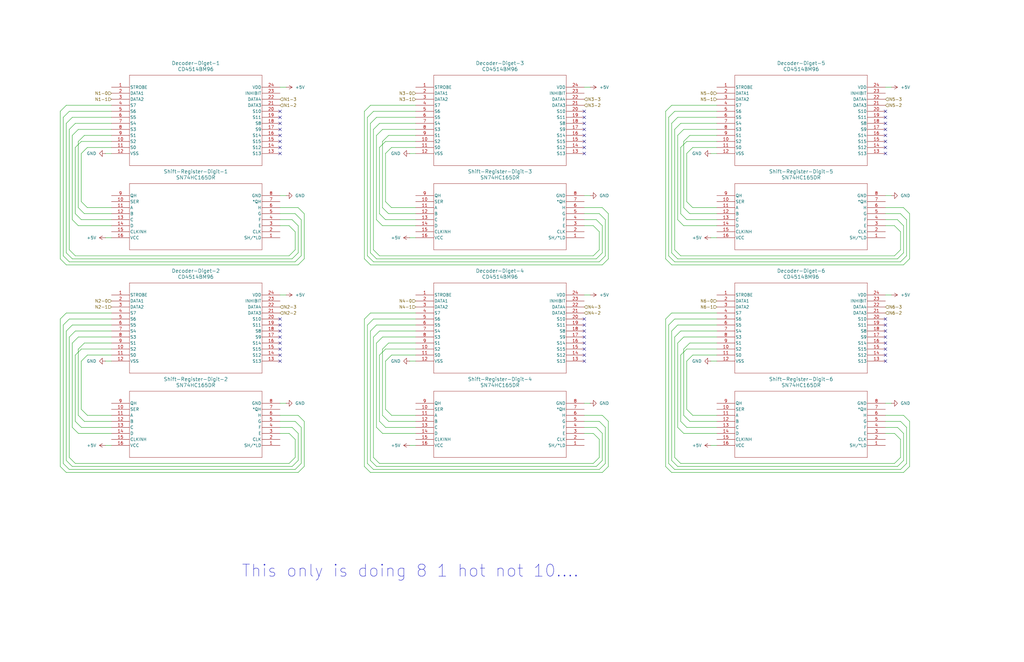
<source format=kicad_sch>
(kicad_sch (version 20250114) (generator "eeschema") (generator_version "9.0")
  (paper "B")
  (title_block (title "BDC to One Hot Serial"))
  (lib_symbols
    (symbol "CD4514BM96:CD4514BM96" (pin_names (offset 0.254))
      (property "Reference" "U" (at 35.56 10.16 0))
      (property "Value" "CD4514BM96" (at 35.56 7.62 0))
      (symbol "CD4514BM96_0_1"
        (polyline (pts (xy 7.62 5.08) (xy 7.62 -33.02)) (stroke (width 0.127)))
        (polyline (pts (xy 7.62 -33.02) (xy 63.5 -33.02)) (stroke (width 0.127)))
        (polyline (pts (xy 63.5 5.08) (xy 7.62 5.08)) (stroke (width 0.127)))
        (polyline (pts (xy 63.5 -33.02) (xy 63.5 5.08)) (stroke (width 0.127)))
        (pin unspecified line (at 0 0 0) (length 7.62) (name "STROBE") (number "1"))
        (pin unspecified line (at 0 -2.54 0) (length 7.62) (name "DATA1") (number "2"))
        (pin unspecified line (at 0 -5.08 0) (length 7.62) (name "DATA2") (number "3"))
        (pin unspecified line (at 0 -7.62 0) (length 7.62) (name "S7") (number "4"))
        (pin unspecified line (at 0 -10.16 0) (length 7.62) (name "S6") (number "5"))
        (pin unspecified line (at 0 -12.7 0) (length 7.62) (name "S5") (number "6"))
        (pin unspecified line (at 0 -15.24 0) (length 7.62) (name "S4") (number "7"))
        (pin unspecified line (at 0 -17.78 0) (length 7.62) (name "S3") (number "8"))
        (pin unspecified line (at 0 -20.32 0) (length 7.62) (name "S1") (number "9"))
        (pin unspecified line (at 0 -22.86 0) (length 7.62) (name "S2") (number "10"))
        (pin unspecified line (at 0 -25.4 0) (length 7.62) (name "S0") (number "11"))
        (pin power_in line (at 0 -27.94 0) (length 7.62) (name "VSS") (number "12"))
        (pin power_in line (at 71.12 0 180) (length 7.62) (name "VDD") (number "24"))
        (pin unspecified line (at 71.12 -2.54 180) (length 7.62) (name "INHIBIT") (number "23"))
        (pin unspecified line (at 71.12 -5.08 180) (length 7.62) (name "DATA4") (number "22"))
        (pin unspecified line (at 71.12 -7.62 180) (length 7.62) (name "DATA3") (number "21"))
        (pin unspecified line (at 71.12 -10.16 180) (length 7.62) (name "S10") (number "20"))
        (pin unspecified line (at 71.12 -12.7 180) (length 7.62) (name "S11") (number "19"))
        (pin unspecified line (at 71.12 -15.24 180) (length 7.62) (name "S8") (number "18"))
        (pin unspecified line (at 71.12 -17.78 180) (length 7.62) (name "S9") (number "17"))
        (pin unspecified line (at 71.12 -20.32 180) (length 7.62) (name "S14") (number "16"))
        (pin unspecified line (at 71.12 -22.86 180) (length 7.62) (name "S15") (number "15"))
        (pin unspecified line (at 71.12 -25.4 180) (length 7.62) (name "S12") (number "14"))
        (pin unspecified line (at 71.12 -27.94 180) (length 7.62) (name "S13") (number "13"))
      )
    )
    (symbol "SN74HC165DR:SN74HC165DR" (pin_names (offset 0.254))
      (property "Reference" "U" (at 35.56 10.16 0))
      (property "Value" "SN74HC165DR" (at 35.56 7.62 0))
      (symbol "SN74HC165DR_0_1"
        (polyline (pts (xy 7.62 5.08) (xy 7.62 -22.86)) (stroke (width 0.127)))
        (polyline (pts (xy 7.62 -22.86) (xy 63.5 -22.86)) (stroke (width 0.127)))
        (polyline (pts (xy 63.5 5.08) (xy 7.62 5.08)) (stroke (width 0.127)))
        (polyline (pts (xy 63.5 -22.86) (xy 63.5 5.08)) (stroke (width 0.127)))
        (pin input line (at 0 0 0) (length 7.62) (name "SH/*LD") (number "1"))
        (pin input line (at 0 -2.54 0) (length 7.62) (name "CLK") (number "2"))
        (pin input line (at 0 -5.08 0) (length 7.62) (name "E") (number "3"))
        (pin input line (at 0 -7.62 0) (length 7.62) (name "F") (number "4"))
        (pin input line (at 0 -10.16 0) (length 7.62) (name "G") (number "5"))
        (pin input line (at 0 -12.7 0) (length 7.62) (name "H") (number "6"))
        (pin output line (at 0 -15.24 0) (length 7.62) (name "*QH") (number "7"))
        (pin power_in line (at 0 -17.78 0) (length 7.62) (name "GND") (number "8"))
        (pin power_in line (at 71.12 0 180) (length 7.62) (name "VCC") (number "16"))
        (pin input line (at 71.12 -2.54 180) (length 7.62) (name "CLKINH") (number "15"))
        (pin input line (at 71.12 -5.08 180) (length 7.62) (name "D") (number "14"))
        (pin input line (at 71.12 -7.62 180) (length 7.62) (name "C") (number "13"))
        (pin input line (at 71.12 -10.16 180) (length 7.62) (name "B") (number "12"))
        (pin input line (at 71.12 -12.7 180) (length 7.62) (name "A") (number "11"))
        (pin input line (at 71.12 -15.24 180) (length 7.62) (name "SER") (number "10"))
        (pin output line (at 71.12 -17.78 180) (length 7.62) (name "QH") (number "9"))
      )
    )
    (symbol "power:+5V" (power) (pin_numbers (hide yes)) (pin_names (offset 0) (hide yes))
      (property "Value" "+5V" (at 0 3.556 0))
      (symbol "+5V_0_1"
        (polyline (pts (xy -0.762 1.27) (xy 0 2.54)))
        (polyline (pts (xy 0 2.54) (xy 0.762 1.27)))
        (polyline (pts (xy 0 0) (xy 0 2.54)))
      )
      (symbol "+5V_1_1"
        (pin power_in line (at 0 0 90) (length 0) (name "~") (number "1"))
      )
    )
    (symbol "power:GND" (power) (pin_numbers (hide yes)) (pin_names (offset 0) (hide yes))
      (property "Value" "GND" (at 0 -3.81 0))
      (symbol "GND_0_1"
        (polyline (pts (xy 0 0) (xy 0 -1.27) (xy 1.27 -1.27) (xy 0 -2.54) (xy -1.27 -1.27) (xy 0 -1.27)))
      )
      (symbol "GND_1_1"
        (pin power_in line (at 0 0 270) (length 0) (name "~") (number "1"))
      )
    )
  )
  (text "This only is doing 8 1 hot not 10...." (at 172.974 241.046 0) (effects (font (size 5.08 5.08))))
  (no_connect (at 373.38 142.24))
  (no_connect (at 118.11 46.99))
  (no_connect (at 246.38 144.78))
  (no_connect (at 373.38 147.32))
  (no_connect (at 246.38 62.23))
  (no_connect (at 373.38 139.7))
  (no_connect (at 118.11 149.86))
  (no_connect (at 118.11 139.7))
  (no_connect (at 246.38 57.15))
  (no_connect (at 246.38 134.62))
  (no_connect (at 246.38 142.24))
  (no_connect (at 373.38 57.15))
  (no_connect (at 118.11 64.77))
  (no_connect (at 373.38 46.99))
  (no_connect (at 246.38 49.53))
  (no_connect (at 118.11 62.23))
  (no_connect (at 246.38 52.07))
  (no_connect (at 373.38 64.77))
  (no_connect (at 373.38 54.61))
  (no_connect (at 246.38 54.61))
  (no_connect (at 118.11 137.16))
  (no_connect (at 118.11 54.61))
  (no_connect (at 118.11 144.78))
  (no_connect (at 246.38 149.86))
  (no_connect (at 373.38 137.16))
  (no_connect (at 118.11 52.07))
  (no_connect (at 373.38 52.07))
  (no_connect (at 118.11 152.4))
  (no_connect (at 373.38 144.78))
  (no_connect (at 373.38 62.23))
  (no_connect (at 118.11 142.24))
  (no_connect (at 246.38 59.69))
  (no_connect (at 118.11 57.15))
  (no_connect (at 246.38 46.99))
  (no_connect (at 373.38 59.69))
  (no_connect (at 246.38 152.4))
  (no_connect (at 373.38 134.62))
  (no_connect (at 373.38 152.4))
  (no_connect (at 118.11 134.62))
  (no_connect (at 373.38 149.86))
  (no_connect (at 246.38 64.77))
  (no_connect (at 246.38 147.32))
  (no_connect (at 118.11 147.32))
  (no_connect (at 118.11 59.69))
  (no_connect (at 373.38 49.53))
  (no_connect (at 246.38 139.7))
  (no_connect (at 118.11 49.53))
  (no_connect (at 246.38 137.16))
  (wire (pts (xy 30.48 196.85) (xy 27.94 194.31)))
  (wire (pts (xy 251.46 180.34) (xy 254 182.88)))
  (wire (pts (xy 285.75 137.16) (xy 302.26 137.16)))
  (wire (pts (xy 379.73 97.79) (xy 377.19 95.25)))
  (wire (pts (xy 246.38 180.34) (xy 251.46 180.34)))
  (wire (pts (xy 33.02 87.63) (xy 35.56 90.17)))
  (wire (pts (xy 254 175.26) (xy 256.54 177.8)))
  (wire (pts (xy 35.56 177.8) (xy 46.99 177.8)))
  (wire (pts (xy 302.26 62.23) (xy 292.1 62.23)))
  (wire (pts (xy 30.48 92.71) (xy 33.02 95.25)))
  (wire (pts (xy 46.99 57.15) (xy 35.56 57.15)))
  (wire (pts (xy 284.48 110.49) (xy 379.73 110.49)))
  (wire (pts (xy 156.21 44.45) (xy 175.26 44.45)))
  (wire (pts (xy 154.94 49.53) (xy 154.94 107.95)))
  (wire (pts (xy 285.75 109.22) (xy 283.21 106.68)))
  (wire (pts (xy 161.29 54.61) (xy 158.75 57.15)))
  (wire (pts (xy 163.83 177.8) (xy 175.26 177.8)))
  (wire (pts (xy 33.02 182.88) (xy 46.99 182.88)))
  (wire (pts (xy 125.73 111.76) (xy 27.94 111.76)))
  (wire (pts (xy 36.83 62.23) (xy 34.29 64.77)))
  (wire (pts (xy 30.48 144.78) (xy 30.48 180.34)))
  (wire (pts (xy 373.38 180.34) (xy 378.46 180.34)))
  (wire (pts (xy 46.99 147.32) (xy 34.29 147.32)))
  (wire (pts (xy 280.67 46.99) (xy 283.21 44.45)))
  (wire (pts (xy 26.67 137.16) (xy 26.67 195.58)))
  (wire (pts (xy 289.56 92.71) (xy 302.26 92.71)))
  (wire (pts (xy 377.19 195.58) (xy 379.73 193.04)))
  (wire (pts (xy 33.02 95.25) (xy 46.99 95.25)))
  (wire (pts (xy 158.75 144.78) (xy 158.75 180.34)))
  (wire (pts (xy 383.54 109.22) (xy 381 111.76)))
  (wire (pts (xy 36.83 87.63) (xy 46.99 87.63)))
  (wire (pts (xy 118.11 182.88) (xy 121.92 182.88)))
  (wire (pts (xy 118.11 95.25) (xy 121.92 95.25)))
  (wire (pts (xy 284.48 142.24) (xy 284.48 193.04)))
  (wire (pts (xy 160.02 139.7) (xy 175.26 139.7)))
  (wire (pts (xy 162.56 180.34) (xy 175.26 180.34)))
  (wire (pts (xy 289.56 59.69) (xy 287.02 62.23)))
  (wire (pts (xy 25.4 46.99) (xy 27.94 44.45)))
  (wire (pts (xy 46.99 62.23) (xy 36.83 62.23)))
  (wire (pts (xy 125.73 175.26) (xy 128.27 177.8)))
  (wire (pts (xy 26.67 195.58) (xy 29.21 198.12)))
  (wire (pts (xy 289.56 172.72) (xy 292.1 175.26)))
  (wire (pts (xy 35.56 57.15) (xy 33.02 59.69)))
  (wire (pts (xy 289.56 180.34) (xy 302.26 180.34)))
  (wire (pts (xy 302.26 144.78) (xy 290.83 144.78)))
  (wire (pts (xy 118.11 90.17) (xy 124.46 90.17)))
  (wire (pts (xy 157.48 110.49) (xy 252.73 110.49)))
  (wire (pts (xy 378.46 92.71) (xy 381 95.25)))
  (wire (pts (xy 156.21 106.68) (xy 156.21 52.07)))
  (wire (pts (xy 383.54 196.85) (xy 381 199.39)))
  (wire (pts (xy 30.48 49.53) (xy 46.99 49.53)))
  (wire (pts (xy 289.56 152.4) (xy 289.56 172.72)))
  (wire (pts (xy 34.29 152.4) (xy 34.29 172.72)))
  (wire (pts (xy 118.11 175.26) (xy 125.73 175.26)))
  (wire (pts (xy 254 182.88) (xy 254 194.31)))
  (wire (pts (xy 175.26 142.24) (xy 161.29 142.24)))
  (wire (pts (xy 30.48 180.34) (xy 33.02 182.88)))
  (wire (pts (xy 377.19 107.95) (xy 379.73 105.41)))
  (wire (pts (xy 161.29 147.32) (xy 161.29 175.26)))
  (wire (pts (xy 118.11 92.71) (xy 123.19 92.71)))
  (wire (pts (xy 284.48 198.12) (xy 379.73 198.12)))
  (wire (pts (xy 375.92 82.55) (xy 373.38 82.55)))
  (wire (pts (xy 175.26 149.86) (xy 165.1 149.86)))
  (wire (pts (xy 287.02 107.95) (xy 377.19 107.95)))
  (wire (pts (xy 120.65 36.83) (xy 118.11 36.83)))
  (wire (pts (xy 33.02 175.26) (xy 35.56 177.8)))
  (wire (pts (xy 288.29 54.61) (xy 285.75 57.15)))
  (wire (pts (xy 29.21 110.49) (xy 124.46 110.49)))
  (wire (pts (xy 292.1 62.23) (xy 289.56 64.77)))
  (wire (pts (xy 30.48 57.15) (xy 30.48 92.71)))
  (wire (pts (xy 158.75 92.71) (xy 161.29 95.25)))
  (wire (pts (xy 378.46 196.85) (xy 285.75 196.85)))
  (wire (pts (xy 280.67 134.62) (xy 283.21 132.08)))
  (wire (pts (xy 382.27 180.34) (xy 379.73 177.8)))
  (wire (pts (xy 379.73 185.42) (xy 377.19 182.88)))
  (wire (pts (xy 299.72 100.33) (xy 302.26 100.33)))
  (wire (pts (xy 35.56 144.78) (xy 33.02 147.32)))
  (wire (pts (xy 127 180.34) (xy 124.46 177.8)))
  (wire (pts (xy 31.75 62.23) (xy 31.75 90.17)))
  (wire (pts (xy 153.67 134.62) (xy 156.21 132.08)))
  (wire (pts (xy 31.75 90.17) (xy 34.29 92.71)))
  (wire (pts (xy 287.02 90.17) (xy 289.56 92.71)))
  (wire (pts (xy 156.21 199.39) (xy 153.67 196.85)))
  (wire (pts (xy 288.29 175.26) (xy 290.83 177.8)))
  (wire (pts (xy 248.92 170.18) (xy 246.38 170.18)))
  (wire (pts (xy 290.83 90.17) (xy 302.26 90.17)))
  (wire (pts (xy 285.75 49.53) (xy 302.26 49.53)))
  (wire (pts (xy 27.94 44.45) (xy 46.99 44.45)))
  (wire (pts (xy 127 195.58) (xy 127 180.34)))
  (wire (pts (xy 246.38 87.63) (xy 254 87.63)))
  (wire (pts (xy 381 175.26) (xy 383.54 177.8)))
  (wire (pts (xy 285.75 144.78) (xy 285.75 180.34)))
  (wire (pts (xy 162.56 172.72) (xy 165.1 175.26)))
  (wire (pts (xy 157.48 134.62) (xy 154.94 137.16)))
  (wire (pts (xy 165.1 149.86) (xy 162.56 152.4)))
  (wire (pts (xy 373.38 92.71) (xy 378.46 92.71)))
  (wire (pts (xy 254 111.76) (xy 156.21 111.76)))
  (wire (pts (xy 157.48 46.99) (xy 154.94 49.53)))
  (wire (pts (xy 46.99 59.69) (xy 34.29 59.69)))
  (wire (pts (xy 287.02 195.58) (xy 377.19 195.58)))
  (wire (pts (xy 31.75 52.07) (xy 29.21 54.61)))
  (wire (pts (xy 27.94 139.7) (xy 30.48 137.16)))
  (wire (pts (xy 125.73 87.63) (xy 128.27 90.17)))
  (wire (pts (xy 289.56 64.77) (xy 289.56 85.09)))
  (wire (pts (xy 381 87.63) (xy 383.54 90.17)))
  (wire (pts (xy 256.54 90.17) (xy 256.54 109.22)))
  (wire (pts (xy 175.26 57.15) (xy 163.83 57.15)))
  (wire (pts (xy 382.27 195.58) (xy 382.27 180.34)))
  (wire (pts (xy 118.11 87.63) (xy 125.73 87.63)))
  (wire (pts (xy 44.45 100.33) (xy 46.99 100.33)))
  (wire (pts (xy 27.94 132.08) (xy 46.99 132.08)))
  (wire (pts (xy 163.83 57.15) (xy 161.29 59.69)))
  (wire (pts (xy 127 107.95) (xy 127 92.71)))
  (wire (pts (xy 44.45 152.4) (xy 46.99 152.4)))
  (wire (pts (xy 156.21 111.76) (xy 153.67 109.22)))
  (wire (pts (xy 252.73 97.79) (xy 250.19 95.25)))
  (wire (pts (xy 123.19 196.85) (xy 30.48 196.85)))
  (wire (pts (xy 175.26 134.62) (xy 157.48 134.62)))
  (wire (pts (xy 44.45 187.96) (xy 46.99 187.96)))
  (wire (pts (xy 255.27 107.95) (xy 255.27 92.71)))
  (wire (pts (xy 160.02 62.23) (xy 160.02 90.17)))
  (wire (pts (xy 156.21 52.07) (xy 158.75 49.53)))
  (wire (pts (xy 292.1 175.26) (xy 302.26 175.26)))
  (wire (pts (xy 373.38 182.88) (xy 377.19 182.88)))
  (wire (pts (xy 128.27 196.85) (xy 125.73 199.39)))
  (wire (pts (xy 382.27 92.71) (xy 379.73 90.17)))
  (wire (pts (xy 252.73 185.42) (xy 250.19 182.88)))
  (wire (pts (xy 34.29 180.34) (xy 46.99 180.34)))
  (wire (pts (xy 46.99 144.78) (xy 35.56 144.78)))
  (wire (pts (xy 288.29 147.32) (xy 288.29 175.26)))
  (wire (pts (xy 280.67 109.22) (xy 280.67 46.99)))
  (wire (pts (xy 172.72 64.77) (xy 175.26 64.77)))
  (wire (pts (xy 381 194.31) (xy 378.46 196.85)))
  (wire (pts (xy 44.45 64.77) (xy 46.99 64.77)))
  (wire (pts (xy 248.92 36.83) (xy 246.38 36.83)))
  (wire (pts (xy 381 111.76) (xy 283.21 111.76)))
  (wire (pts (xy 158.75 109.22) (xy 156.21 106.68)))
  (wire (pts (xy 125.73 199.39) (xy 27.94 199.39)))
  (wire (pts (xy 379.73 198.12) (xy 382.27 195.58)))
  (wire (pts (xy 34.29 85.09) (xy 36.83 87.63)))
  (wire (pts (xy 124.46 185.42) (xy 121.92 182.88)))
  (wire (pts (xy 29.21 142.24) (xy 29.21 193.04)))
  (wire (pts (xy 288.29 142.24) (xy 285.75 144.78)))
  (wire (pts (xy 34.29 147.32) (xy 31.75 149.86)))
  (wire (pts (xy 46.99 142.24) (xy 33.02 142.24)))
  (wire (pts (xy 256.54 177.8) (xy 256.54 196.85)))
  (wire (pts (xy 125.73 106.68) (xy 123.19 109.22)))
  (wire (pts (xy 290.83 144.78) (xy 288.29 147.32)))
  (wire (pts (xy 292.1 87.63) (xy 302.26 87.63)))
  (wire (pts (xy 156.21 139.7) (xy 158.75 137.16)))
  (wire (pts (xy 175.26 147.32) (xy 162.56 147.32)))
  (wire (pts (xy 29.21 46.99) (xy 26.67 49.53)))
  (wire (pts (xy 124.46 110.49) (xy 127 107.95)))
  (wire (pts (xy 283.21 199.39) (xy 280.67 196.85)))
  (wire (pts (xy 381 106.68) (xy 378.46 109.22)))
  (wire (pts (xy 175.26 59.69) (xy 162.56 59.69)))
  (wire (pts (xy 254 194.31) (xy 251.46 196.85)))
  (wire (pts (xy 281.94 107.95) (xy 284.48 110.49)))
  (wire (pts (xy 27.94 199.39) (xy 25.4 196.85)))
  (wire (pts (xy 288.29 87.63) (xy 290.83 90.17)))
  (wire (pts (xy 283.21 111.76) (xy 280.67 109.22)))
  (wire (pts (xy 36.83 149.86) (xy 34.29 152.4)))
  (wire (pts (xy 284.48 134.62) (xy 281.94 137.16)))
  (wire (pts (xy 125.73 182.88) (xy 125.73 194.31)))
  (wire (pts (xy 157.48 142.24) (xy 157.48 193.04)))
  (wire (pts (xy 375.92 170.18) (xy 373.38 170.18)))
  (wire (pts (xy 33.02 142.24) (xy 30.48 144.78)))
  (wire (pts (xy 33.02 54.61) (xy 30.48 57.15)))
  (wire (pts (xy 283.21 106.68) (xy 283.21 52.07)))
  (wire (pts (xy 283.21 52.07) (xy 285.75 49.53)))
  (wire (pts (xy 379.73 110.49) (xy 382.27 107.95)))
  (wire (pts (xy 121.92 107.95) (xy 124.46 105.41)))
  (wire (pts (xy 124.46 193.04) (xy 124.46 185.42)))
  (wire (pts (xy 175.26 144.78) (xy 163.83 144.78)))
  (wire (pts (xy 251.46 92.71) (xy 254 95.25)))
  (wire (pts (xy 34.29 64.77) (xy 34.29 85.09)))
  (wire (pts (xy 290.83 177.8) (xy 302.26 177.8)))
  (wire (pts (xy 381 199.39) (xy 283.21 199.39)))
  (wire (pts (xy 246.38 95.25) (xy 250.19 95.25)))
  (wire (pts (xy 287.02 52.07) (xy 284.48 54.61)))
  (wire (pts (xy 161.29 182.88) (xy 175.26 182.88)))
  (wire (pts (xy 302.26 59.69) (xy 289.56 59.69)))
  (wire (pts (xy 157.48 193.04) (xy 160.02 195.58)))
  (wire (pts (xy 162.56 85.09) (xy 165.1 87.63)))
  (wire (pts (xy 281.94 49.53) (xy 281.94 107.95)))
  (wire (pts (xy 160.02 139.7) (xy 157.48 142.24)))
  (wire (pts (xy 172.72 100.33) (xy 175.26 100.33)))
  (wire (pts (xy 154.94 107.95) (xy 157.48 110.49)))
  (wire (pts (xy 302.26 149.86) (xy 292.1 149.86)))
  (wire (pts (xy 378.46 180.34) (xy 381 182.88)))
  (wire (pts (xy 30.48 109.22) (xy 27.94 106.68)))
  (wire (pts (xy 255.27 180.34) (xy 252.73 177.8)))
  (wire (pts (xy 248.92 82.55) (xy 246.38 82.55)))
  (wire (pts (xy 251.46 196.85) (xy 158.75 196.85)))
  (wire (pts (xy 383.54 90.17) (xy 383.54 109.22)))
  (wire (pts (xy 254 199.39) (xy 156.21 199.39)))
  (wire (pts (xy 154.94 137.16) (xy 154.94 195.58)))
  (wire (pts (xy 124.46 105.41) (xy 124.46 97.79)))
  (wire (pts (xy 382.27 107.95) (xy 382.27 92.71)))
  (wire (pts (xy 256.54 109.22) (xy 254 111.76)))
  (wire (pts (xy 284.48 193.04) (xy 287.02 195.58)))
  (wire (pts (xy 251.46 109.22) (xy 158.75 109.22)))
  (wire (pts (xy 287.02 52.07) (xy 302.26 52.07)))
  (wire (pts (xy 29.21 193.04) (xy 31.75 195.58)))
  (wire (pts (xy 373.38 177.8) (xy 379.73 177.8)))
  (wire (pts (xy 373.38 175.26) (xy 381 175.26)))
  (wire (pts (xy 287.02 139.7) (xy 284.48 142.24)))
  (wire (pts (xy 123.19 109.22) (xy 30.48 109.22)))
  (wire (pts (xy 302.26 57.15) (xy 290.83 57.15)))
  (wire (pts (xy 285.75 57.15) (xy 285.75 92.71)))
  (wire (pts (xy 375.92 124.46) (xy 373.38 124.46)))
  (wire (pts (xy 158.75 49.53) (xy 175.26 49.53)))
  (wire (pts (xy 31.75 195.58) (xy 121.92 195.58)))
  (wire (pts (xy 246.38 177.8) (xy 252.73 177.8)))
  (wire (pts (xy 118.11 180.34) (xy 123.19 180.34)))
  (wire (pts (xy 250.19 195.58) (xy 252.73 193.04)))
  (wire (pts (xy 118.11 177.8) (xy 124.46 177.8)))
  (wire (pts (xy 287.02 62.23) (xy 287.02 90.17)))
  (wire (pts (xy 280.67 196.85) (xy 280.67 134.62)))
  (wire (pts (xy 34.29 59.69) (xy 31.75 62.23)))
  (wire (pts (xy 31.75 139.7) (xy 46.99 139.7)))
  (wire (pts (xy 252.73 193.04) (xy 252.73 185.42)))
  (wire (pts (xy 381 95.25) (xy 381 106.68)))
  (wire (pts (xy 162.56 92.71) (xy 175.26 92.71)))
  (wire (pts (xy 153.67 109.22) (xy 153.67 46.99)))
  (wire (pts (xy 283.21 194.31) (xy 283.21 139.7)))
  (wire (pts (xy 27.94 52.07) (xy 30.48 49.53)))
  (wire (pts (xy 29.21 134.62) (xy 26.67 137.16)))
  (wire (pts (xy 36.83 175.26) (xy 46.99 175.26)))
  (wire (pts (xy 248.92 124.46) (xy 246.38 124.46)))
  (wire (pts (xy 288.29 95.25) (xy 302.26 95.25)))
  (wire (pts (xy 25.4 134.62) (xy 27.94 132.08)))
  (wire (pts (xy 299.72 152.4) (xy 302.26 152.4)))
  (wire (pts (xy 161.29 59.69) (xy 161.29 87.63)))
  (wire (pts (xy 158.75 137.16) (xy 175.26 137.16)))
  (wire (pts (xy 281.94 195.58) (xy 284.48 198.12)))
  (wire (pts (xy 246.38 90.17) (xy 252.73 90.17)))
  (wire (pts (xy 123.19 92.71) (xy 125.73 95.25)))
  (wire (pts (xy 35.56 90.17) (xy 46.99 90.17)))
  (wire (pts (xy 165.1 87.63) (xy 175.26 87.63)))
  (wire (pts (xy 27.94 194.31) (xy 27.94 139.7)))
  (wire (pts (xy 289.56 85.09) (xy 292.1 87.63)))
  (wire (pts (xy 160.02 177.8) (xy 162.56 180.34)))
  (wire (pts (xy 31.75 177.8) (xy 34.29 180.34)))
  (wire (pts (xy 127 92.71) (xy 124.46 90.17)))
  (wire (pts (xy 158.75 57.15) (xy 158.75 92.71)))
  (wire (pts (xy 255.27 195.58) (xy 255.27 180.34)))
  (wire (pts (xy 31.75 139.7) (xy 29.21 142.24)))
  (wire (pts (xy 33.02 59.69) (xy 33.02 87.63)))
  (wire (pts (xy 285.75 196.85) (xy 283.21 194.31)))
  (wire (pts (xy 46.99 46.99) (xy 29.21 46.99)))
  (wire (pts (xy 373.38 90.17) (xy 379.73 90.17)))
  (wire (pts (xy 254 87.63) (xy 256.54 90.17)))
  (wire (pts (xy 379.73 193.04) (xy 379.73 185.42)))
  (wire (pts (xy 157.48 198.12) (xy 252.73 198.12)))
  (wire (pts (xy 284.48 46.99) (xy 281.94 49.53)))
  (wire (pts (xy 175.26 46.99) (xy 157.48 46.99)))
  (wire (pts (xy 125.73 95.25) (xy 125.73 106.68)))
  (wire (pts (xy 156.21 132.08) (xy 175.26 132.08)))
  (wire (pts (xy 46.99 54.61) (xy 33.02 54.61)))
  (wire (pts (xy 285.75 180.34) (xy 288.29 182.88)))
  (wire (pts (xy 163.83 144.78) (xy 161.29 147.32)))
  (wire (pts (xy 158.75 196.85) (xy 156.21 194.31)))
  (wire (pts (xy 299.72 64.77) (xy 302.26 64.77)))
  (wire (pts (xy 172.72 187.96) (xy 175.26 187.96)))
  (wire (pts (xy 162.56 147.32) (xy 160.02 149.86)))
  (wire (pts (xy 162.56 64.77) (xy 162.56 85.09)))
  (wire (pts (xy 128.27 90.17) (xy 128.27 109.22)))
  (wire (pts (xy 288.29 182.88) (xy 302.26 182.88)))
  (wire (pts (xy 123.19 180.34) (xy 125.73 182.88)))
  (wire (pts (xy 160.02 52.07) (xy 157.48 54.61)))
  (wire (pts (xy 302.26 147.32) (xy 289.56 147.32)))
  (wire (pts (xy 161.29 95.25) (xy 175.26 95.25)))
  (wire (pts (xy 302.26 134.62) (xy 284.48 134.62)))
  (wire (pts (xy 157.48 105.41) (xy 160.02 107.95)))
  (wire (pts (xy 375.92 36.83) (xy 373.38 36.83)))
  (wire (pts (xy 31.75 107.95) (xy 121.92 107.95)))
  (wire (pts (xy 381 182.88) (xy 381 194.31)))
  (wire (pts (xy 128.27 177.8) (xy 128.27 196.85)))
  (wire (pts (xy 154.94 195.58) (xy 157.48 198.12)))
  (wire (pts (xy 302.26 54.61) (xy 288.29 54.61)))
  (wire (pts (xy 161.29 175.26) (xy 163.83 177.8)))
  (wire (pts (xy 175.26 62.23) (xy 165.1 62.23)))
  (wire (pts (xy 31.75 149.86) (xy 31.75 177.8)))
  (wire (pts (xy 302.26 142.24) (xy 288.29 142.24)))
  (wire (pts (xy 30.48 137.16) (xy 46.99 137.16)))
  (wire (pts (xy 252.73 198.12) (xy 255.27 195.58)))
  (wire (pts (xy 120.65 82.55) (xy 118.11 82.55)))
  (wire (pts (xy 46.99 134.62) (xy 29.21 134.62)))
  (wire (pts (xy 160.02 52.07) (xy 175.26 52.07)))
  (wire (pts (xy 120.65 124.46) (xy 118.11 124.46)))
  (wire (pts (xy 250.19 107.95) (xy 252.73 105.41)))
  (wire (pts (xy 254 106.68) (xy 251.46 109.22)))
  (wire (pts (xy 373.38 87.63) (xy 381 87.63)))
  (wire (pts (xy 162.56 59.69) (xy 160.02 62.23)))
  (wire (pts (xy 33.02 147.32) (xy 33.02 175.26)))
  (wire (pts (xy 160.02 195.58) (xy 250.19 195.58)))
  (wire (pts (xy 284.48 54.61) (xy 284.48 105.41)))
  (wire (pts (xy 158.75 180.34) (xy 161.29 182.88)))
  (wire (pts (xy 289.56 147.32) (xy 287.02 149.86)))
  (wire (pts (xy 256.54 196.85) (xy 254 199.39)))
  (wire (pts (xy 29.21 198.12) (xy 124.46 198.12)))
  (wire (pts (xy 165.1 62.23) (xy 162.56 64.77)))
  (wire (pts (xy 383.54 177.8) (xy 383.54 196.85)))
  (wire (pts (xy 283.21 44.45) (xy 302.26 44.45)))
  (wire (pts (xy 157.48 54.61) (xy 157.48 105.41)))
  (wire (pts (xy 25.4 109.22) (xy 25.4 46.99)))
  (wire (pts (xy 160.02 107.95) (xy 250.19 107.95)))
  (wire (pts (xy 25.4 196.85) (xy 25.4 134.62)))
  (wire (pts (xy 379.73 105.41) (xy 379.73 97.79)))
  (wire (pts (xy 299.72 187.96) (xy 302.26 187.96)))
  (wire (pts (xy 284.48 105.41) (xy 287.02 107.95)))
  (wire (pts (xy 285.75 92.71) (xy 288.29 95.25)))
  (wire (pts (xy 163.83 90.17) (xy 175.26 90.17)))
  (wire (pts (xy 161.29 142.24) (xy 158.75 144.78)))
  (wire (pts (xy 172.72 152.4) (xy 175.26 152.4)))
  (wire (pts (xy 27.94 106.68) (xy 27.94 52.07)))
  (wire (pts (xy 252.73 110.49) (xy 255.27 107.95)))
  (wire (pts (xy 34.29 172.72) (xy 36.83 175.26)))
  (wire (pts (xy 287.02 177.8) (xy 289.56 180.34)))
  (wire (pts (xy 302.26 46.99) (xy 284.48 46.99)))
  (wire (pts (xy 378.46 109.22) (xy 285.75 109.22)))
  (wire (pts (xy 288.29 59.69) (xy 288.29 87.63)))
  (wire (pts (xy 287.02 139.7) (xy 302.26 139.7)))
  (wire (pts (xy 26.67 49.53) (xy 26.67 107.95)))
  (wire (pts (xy 162.56 152.4) (xy 162.56 172.72)))
  (wire (pts (xy 160.02 149.86) (xy 160.02 177.8)))
  (wire (pts (xy 34.29 92.71) (xy 46.99 92.71)))
  (wire (pts (xy 125.73 194.31) (xy 123.19 196.85)))
  (wire (pts (xy 29.21 54.61) (xy 29.21 105.41)))
  (wire (pts (xy 283.21 139.7) (xy 285.75 137.16)))
  (wire (pts (xy 153.67 46.99) (xy 156.21 44.45)))
  (wire (pts (xy 160.02 90.17) (xy 162.56 92.71)))
  (wire (pts (xy 124.46 198.12) (xy 127 195.58)))
  (wire (pts (xy 31.75 52.07) (xy 46.99 52.07)))
  (wire (pts (xy 165.1 175.26) (xy 175.26 175.26)))
  (wire (pts (xy 26.67 107.95) (xy 29.21 110.49)))
  (wire (pts (xy 246.38 175.26) (xy 254 175.26)))
  (wire (pts (xy 287.02 149.86) (xy 287.02 177.8)))
  (wire (pts (xy 292.1 149.86) (xy 289.56 152.4)))
  (wire (pts (xy 281.94 137.16) (xy 281.94 195.58)))
  (wire (pts (xy 128.27 109.22) (xy 125.73 111.76)))
  (wire (pts (xy 161.29 87.63) (xy 163.83 90.17)))
  (wire (pts (xy 290.83 57.15) (xy 288.29 59.69)))
  (wire (pts (xy 246.38 92.71) (xy 251.46 92.71)))
  (wire (pts (xy 156.21 194.31) (xy 156.21 139.7)))
  (wire (pts (xy 252.73 105.41) (xy 252.73 97.79)))
  (wire (pts (xy 283.21 132.08) (xy 302.26 132.08)))
  (wire (pts (xy 153.67 196.85) (xy 153.67 134.62)))
  (wire (pts (xy 254 95.25) (xy 254 106.68)))
  (wire (pts (xy 46.99 149.86) (xy 36.83 149.86)))
  (wire (pts (xy 121.92 195.58) (xy 124.46 193.04)))
  (wire (pts (xy 246.38 182.88) (xy 250.19 182.88)))
  (wire (pts (xy 373.38 95.25) (xy 377.19 95.25)))
  (wire (pts (xy 175.26 54.61) (xy 161.29 54.61)))
  (wire (pts (xy 120.65 170.18) (xy 118.11 170.18)))
  (wire (pts (xy 29.21 105.41) (xy 31.75 107.95)))
  (wire (pts (xy 124.46 97.79) (xy 121.92 95.25)))
  (wire (pts (xy 27.94 111.76) (xy 25.4 109.22)))
  (wire (pts (xy 255.27 92.71) (xy 252.73 90.17)))
  (hierarchical_label "N1-1" (shape input) (at 46.99 41.91 180))
  (hierarchical_label "N3-2" (shape input) (at 246.38 44.45 0))
  (hierarchical_label "N5-0" (shape input) (at 302.26 39.37 180))
  (hierarchical_label "N6-0" (shape input) (at 302.26 127 180))
  (hierarchical_label "N2-3" (shape input) (at 118.11 129.54 0))
  (hierarchical_label "N2-2" (shape input) (at 118.11 132.08 0))
  (hierarchical_label "N1-2" (shape input) (at 118.11 44.45 0))
  (hierarchical_label "N6-2" (shape input) (at 373.38 132.08 0))
  (hierarchical_label "N3-3" (shape input) (at 246.38 41.91 0))
  (hierarchical_label "N4-1" (shape input) (at 175.26 129.54 180))
  (hierarchical_label "N6-1" (shape input) (at 302.26 129.54 180))
  (hierarchical_label "N1-0" (shape input) (at 46.99 39.37 180))
  (hierarchical_label "N4-2" (shape input) (at 246.38 132.08 0))
  (hierarchical_label "N1-3" (shape input) (at 118.11 41.91 0))
  (hierarchical_label "N5-1" (shape input) (at 302.26 41.91 180))
  (hierarchical_label "N5-3" (shape input) (at 373.38 41.91 0))
  (hierarchical_label "N2-1" (shape input) (at 46.99 129.54 180))
  (hierarchical_label "N4-0" (shape input) (at 175.26 127 180))
  (hierarchical_label "N3-0" (shape input) (at 175.26 39.37 180))
  (hierarchical_label "N6-3" (shape input) (at 373.38 129.54 0))
  (hierarchical_label "N5-2" (shape input) (at 373.38 44.45 0))
  (hierarchical_label "N2-0" (shape input) (at 46.99 127 180))
  (hierarchical_label "N3-1" (shape input) (at 175.26 41.91 180))
  (hierarchical_label "N4-3" (shape input) (at 246.38 129.54 0))
  (symbol (lib_id "power:+5V") (at 172.72 187.96 90) (unit 1)
    (property "Reference" "#PWR075" (effects (hide yes)))
    (property "Value" "+5V" (at 168.91 187.9599 90) (effects (justify left)))
    (property "Description" "Power symbol creates a global label with name \"+5V\"" (effects (hide yes)))
  )
  (symbol (lib_id "power:+5V") (at 120.65 124.46 270) (unit 1)
    (property "Reference" "#PWR070" (effects (hide yes)))
    (property "Value" "+5V" (at 124.46 124.4599 90) (effects (justify left)))
    (property "Description" "Power symbol creates a global label with name \"+5V\"" (effects (hide yes)))
  )
  (symbol (lib_id "CD4514BM96:CD4514BM96") (at 175.26 36.83 0) (unit 1)
    (property "Reference" "Decoder-Diget-3" (at 210.82 26.67 0) (effects (font (size 1.524 1.524))))
    (property "Value" "CD4514BM96" (at 210.82 29.21 0) (effects (font (size 1.524 1.524))))
    (property "Footprint" "DW24" (effects (hide yes)))
    (property "Datasheet" "https://www.ti.com/lit/gpn/cd4514b" (effects (hide yes)))
  )
  (symbol (lib_id "SN74HC165DR:SN74HC165DR") (at 118.11 100.33 180) (unit 1)
    (property "Reference" "Shift-Register-Digit-1" (at 82.55 72.39 0) (effects (font (size 1.524 1.524))))
    (property "Value" "SN74HC165DR" (at 82.55 74.93 0) (effects (font (size 1.524 1.524))))
    (property "Footprint" "D16" (effects (hide yes)))
    (property "Datasheet" "https://www.ti.com/lit/gpn/sn74hc165" (effects (hide yes)))
  )
  (symbol (lib_id "CD4514BM96:CD4514BM96") (at 46.99 36.83 0) (unit 1)
    (property "Reference" "Decoder-Diget-1" (at 82.55 26.67 0) (effects (font (size 1.524 1.524))))
    (property "Value" "CD4514BM96" (at 82.55 29.21 0) (effects (font (size 1.524 1.524))))
    (property "Footprint" "DW24" (effects (hide yes)))
    (property "Datasheet" "https://www.ti.com/lit/gpn/cd4514b" (effects (hide yes)))
  )
  (symbol (lib_id "power:GND") (at 44.45 152.4 270) (unit 1)
    (property "Reference" "#PWR068" (effects (hide yes)))
    (property "Value" "GND" (at 40.64 152.3999 90) (effects (justify right)))
    (property "Description" "Power symbol creates a global label with name \"GND\" , ground" (effects (hide yes)))
  )
  (symbol (lib_id "power:+5V") (at 375.92 124.46 270) (unit 1)
    (property "Reference" "#PWR086" (effects (hide yes)))
    (property "Value" "+5V" (at 379.73 124.4599 90) (effects (justify left)))
    (property "Description" "Power symbol creates a global label with name \"+5V\"" (effects (hide yes)))
  )
  (symbol (lib_id "power:GND") (at 120.65 170.18 90) (unit 1)
    (property "Reference" "#PWR071" (effects (hide yes)))
    (property "Value" "GND" (at 124.46 170.1799 90) (effects (justify right)))
    (property "Description" "Power symbol creates a global label with name \"GND\" , ground" (effects (hide yes)))
  )
  (symbol (lib_id "power:+5V") (at 248.92 124.46 270) (unit 1)
    (property "Reference" "#PWR078" (effects (hide yes)))
    (property "Value" "+5V" (at 252.73 124.4599 90) (effects (justify left)))
    (property "Description" "Power symbol creates a global label with name \"+5V\"" (effects (hide yes)))
  )
  (symbol (lib_id "power:GND") (at 375.92 82.55 90) (unit 1)
    (property "Reference" "#PWR085" (effects (hide yes)))
    (property "Value" "GND" (at 379.73 82.5499 90) (effects (justify right)))
    (property "Description" "Power symbol creates a global label with name \"GND\" , ground" (effects (hide yes)))
  )
  (symbol (lib_id "SN74HC165DR:SN74HC165DR") (at 373.38 100.33 180) (unit 1)
    (property "Reference" "Shift-Register-Digit-5" (at 337.82 72.39 0) (effects (font (size 1.524 1.524))))
    (property "Value" "SN74HC165DR" (at 337.82 74.93 0) (effects (font (size 1.524 1.524))))
    (property "Footprint" "D16" (effects (hide yes)))
    (property "Datasheet" "https://www.ti.com/lit/gpn/sn74hc165" (effects (hide yes)))
  )
  (symbol (lib_id "power:GND") (at 120.65 82.55 90) (unit 1)
    (property "Reference" "#PWR067" (effects (hide yes)))
    (property "Value" "GND" (at 124.46 82.5499 90) (effects (justify right)))
    (property "Description" "Power symbol creates a global label with name \"GND\" , ground" (effects (hide yes)))
  )
  (symbol (lib_id "power:+5V") (at 299.72 187.96 90) (unit 1)
    (property "Reference" "#PWR083" (effects (hide yes)))
    (property "Value" "+5V" (at 295.91 187.9599 90) (effects (justify left)))
    (property "Description" "Power symbol creates a global label with name \"+5V\"" (effects (hide yes)))
  )
  (symbol (lib_id "power:GND") (at 172.72 152.4 270) (unit 1)
    (property "Reference" "#PWR074" (effects (hide yes)))
    (property "Value" "GND" (at 168.91 152.3999 90) (effects (justify right)))
    (property "Description" "Power symbol creates a global label with name \"GND\" , ground" (effects (hide yes)))
  )
  (symbol (lib_id "power:GND") (at 299.72 64.77 270) (unit 1)
    (property "Reference" "#PWR080" (effects (hide yes)))
    (property "Value" "GND" (at 295.91 64.7699 90) (effects (justify right)))
    (property "Description" "Power symbol creates a global label with name \"GND\" , ground" (effects (hide yes)))
  )
  (symbol (lib_id "CD4514BM96:CD4514BM96") (at 302.26 124.46 0) (unit 1)
    (property "Reference" "Decoder-Diget-6" (at 337.82 114.3 0) (effects (font (size 1.524 1.524))))
    (property "Value" "CD4514BM96" (at 337.82 116.84 0) (effects (font (size 1.524 1.524))))
    (property "Footprint" "DW24" (effects (hide yes)))
    (property "Datasheet" "https://www.ti.com/lit/gpn/cd4514b" (effects (hide yes)))
  )
  (symbol (lib_id "SN74HC165DR:SN74HC165DR") (at 246.38 187.96 180) (unit 1)
    (property "Reference" "Shift-Register-Digit-4" (at 210.82 160.02 0) (effects (font (size 1.524 1.524))))
    (property "Value" "SN74HC165DR" (at 210.82 162.56 0) (effects (font (size 1.524 1.524))))
    (property "Footprint" "D16" (effects (hide yes)))
    (property "Datasheet" "https://www.ti.com/lit/gpn/sn74hc165" (effects (hide yes)))
  )
  (symbol (lib_id "SN74HC165DR:SN74HC165DR") (at 373.38 187.96 180) (unit 1)
    (property "Reference" "Shift-Register-Digit-6" (at 337.82 160.02 0) (effects (font (size 1.524 1.524))))
    (property "Value" "SN74HC165DR" (at 337.82 162.56 0) (effects (font (size 1.524 1.524))))
    (property "Footprint" "D16" (effects (hide yes)))
    (property "Datasheet" "https://www.ti.com/lit/gpn/sn74hc165" (effects (hide yes)))
  )
  (symbol (lib_id "power:+5V") (at 172.72 100.33 90) (unit 1)
    (property "Reference" "#PWR073" (effects (hide yes)))
    (property "Value" "+5V" (at 168.91 100.3299 90) (effects (justify left)))
    (property "Description" "Power symbol creates a global label with name \"+5V\"" (effects (hide yes)))
  )
  (symbol (lib_id "power:+5V") (at 44.45 187.96 90) (unit 1)
    (property "Reference" "#PWR069" (effects (hide yes)))
    (property "Value" "+5V" (at 40.64 187.9599 90) (effects (justify left)))
    (property "Description" "Power symbol creates a global label with name \"+5V\"" (effects (hide yes)))
  )
  (symbol (lib_id "SN74HC165DR:SN74HC165DR") (at 118.11 187.96 180) (unit 1)
    (property "Reference" "Shift-Register-Digit-2" (at 82.55 160.02 0) (effects (font (size 1.524 1.524))))
    (property "Value" "SN74HC165DR" (at 82.55 162.56 0) (effects (font (size 1.524 1.524))))
    (property "Footprint" "D16" (effects (hide yes)))
    (property "Datasheet" "https://www.ti.com/lit/gpn/sn74hc165" (effects (hide yes)))
  )
  (symbol (lib_id "power:GND") (at 248.92 82.55 90) (unit 1)
    (property "Reference" "#PWR077" (effects (hide yes)))
    (property "Value" "GND" (at 252.73 82.5499 90) (effects (justify right)))
    (property "Description" "Power symbol creates a global label with name \"GND\" , ground" (effects (hide yes)))
  )
  (symbol (lib_id "CD4514BM96:CD4514BM96") (at 46.99 124.46 0) (unit 1)
    (property "Reference" "Decoder-Diget-2" (at 82.55 114.3 0) (effects (font (size 1.524 1.524))))
    (property "Value" "CD4514BM96" (at 82.55 116.84 0) (effects (font (size 1.524 1.524))))
    (property "Footprint" "DW24" (effects (hide yes)))
    (property "Datasheet" "https://www.ti.com/lit/gpn/cd4514b" (effects (hide yes)))
  )
  (symbol (lib_id "CD4514BM96:CD4514BM96") (at 302.26 36.83 0) (unit 1)
    (property "Reference" "Decoder-Diget-5" (at 337.82 26.67 0) (effects (font (size 1.524 1.524))))
    (property "Value" "CD4514BM96" (at 337.82 29.21 0) (effects (font (size 1.524 1.524))))
    (property "Footprint" "DW24" (effects (hide yes)))
    (property "Datasheet" "https://www.ti.com/lit/gpn/cd4514b" (effects (hide yes)))
  )
  (symbol (lib_id "CD4514BM96:CD4514BM96") (at 175.26 124.46 0) (unit 1)
    (property "Reference" "Decoder-Diget-4" (at 210.82 114.3 0) (effects (font (size 1.524 1.524))))
    (property "Value" "CD4514BM96" (at 210.82 116.84 0) (effects (font (size 1.524 1.524))))
    (property "Footprint" "DW24" (effects (hide yes)))
    (property "Datasheet" "https://www.ti.com/lit/gpn/cd4514b" (effects (hide yes)))
  )
  (symbol (lib_id "power:GND") (at 44.45 64.77 270) (unit 1)
    (property "Reference" "#PWR064" (effects (hide yes)))
    (property "Value" "GND" (at 40.64 64.7699 90) (effects (justify right)))
    (property "Description" "Power symbol creates a global label with name \"GND\" , ground" (effects (hide yes)))
  )
  (symbol (lib_id "power:+5V") (at 44.45 100.33 90) (unit 1)
    (property "Reference" "#PWR065" (effects (hide yes)))
    (property "Value" "+5V" (at 40.64 100.3299 90) (effects (justify left)))
    (property "Description" "Power symbol creates a global label with name \"+5V\"" (effects (hide yes)))
  )
  (symbol (lib_id "power:+5V") (at 375.92 36.83 270) (unit 1)
    (property "Reference" "#PWR084" (effects (hide yes)))
    (property "Value" "+5V" (at 379.73 36.8299 90) (effects (justify left)))
    (property "Description" "Power symbol creates a global label with name \"+5V\"" (effects (hide yes)))
  )
  (symbol (lib_id "power:GND") (at 248.92 170.18 90) (unit 1)
    (property "Reference" "#PWR079" (effects (hide yes)))
    (property "Value" "GND" (at 252.73 170.1799 90) (effects (justify right)))
    (property "Description" "Power symbol creates a global label with name \"GND\" , ground" (effects (hide yes)))
  )
  (symbol (lib_id "power:GND") (at 299.72 152.4 270) (unit 1)
    (property "Reference" "#PWR082" (effects (hide yes)))
    (property "Value" "GND" (at 295.91 152.3999 90) (effects (justify right)))
    (property "Description" "Power symbol creates a global label with name \"GND\" , ground" (effects (hide yes)))
  )
  (symbol (lib_id "power:+5V") (at 299.72 100.33 90) (unit 1)
    (property "Reference" "#PWR081" (effects (hide yes)))
    (property "Value" "+5V" (at 295.91 100.3299 90) (effects (justify left)))
    (property "Description" "Power symbol creates a global label with name \"+5V\"" (effects (hide yes)))
  )
  (symbol (lib_id "power:+5V") (at 248.92 36.83 270) (unit 1)
    (property "Reference" "#PWR076" (effects (hide yes)))
    (property "Value" "+5V" (at 252.73 36.8299 90) (effects (justify left)))
    (property "Description" "Power symbol creates a global label with name \"+5V\"" (effects (hide yes)))
  )
  (symbol (lib_id "power:+5V") (at 120.65 36.83 270) (unit 1)
    (property "Reference" "#PWR066" (effects (hide yes)))
    (property "Value" "+5V" (at 124.46 36.8299 90) (effects (justify left)))
    (property "Description" "Power symbol creates a global label with name \"+5V\"" (effects (hide yes)))
  )
  (symbol (lib_id "SN74HC165DR:SN74HC165DR") (at 246.38 100.33 180) (unit 1)
    (property "Reference" "Shift-Register-Digit-3" (at 210.82 72.39 0) (effects (font (size 1.524 1.524))))
    (property "Value" "SN74HC165DR" (at 210.82 74.93 0) (effects (font (size 1.524 1.524))))
    (property "Footprint" "D16" (effects (hide yes)))
    (property "Datasheet" "https://www.ti.com/lit/gpn/sn74hc165" (effects (hide yes)))
  )
  (symbol (lib_id "power:GND") (at 172.72 64.77 270) (unit 1)
    (property "Reference" "#PWR072" (effects (hide yes)))
    (property "Value" "GND" (at 168.91 64.7699 90) (effects (justify right)))
    (property "Description" "Power symbol creates a global label with name \"GND\" , ground" (effects (hide yes)))
  )
  (symbol (lib_id "power:GND") (at 375.92 170.18 90) (unit 1)
    (property "Reference" "#PWR087" (effects (hide yes)))
    (property "Value" "GND" (at 379.73 170.1799 90) (effects (justify right)))
    (property "Description" "Power symbol creates a global label with name \"GND\" , ground" (effects (hide yes)))
  )
)
</source>
